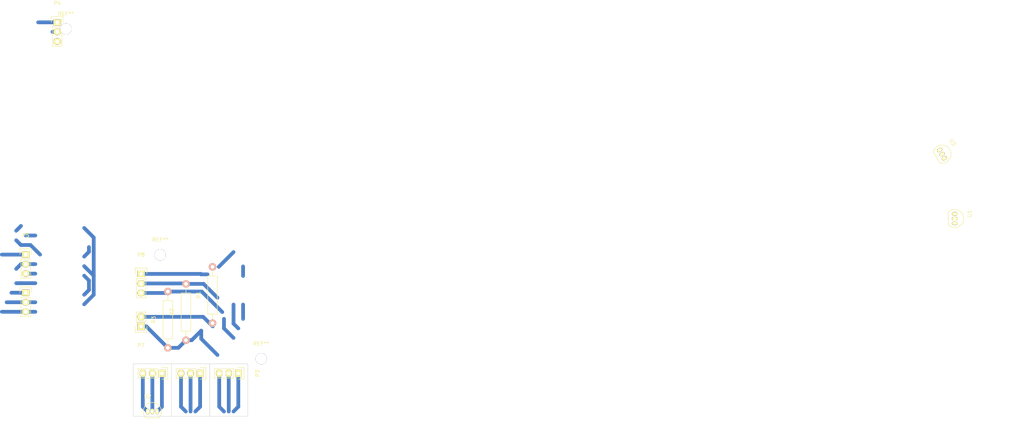
<source format=kicad_pcb>
(kicad_pcb (version 4) (host pcbnew "(2015-07-16 BZR 5955, Git 27eafcb)-product")

  (general
    (links 24)
    (no_connects 17)
    (area 151.079999 87.5845 188.660002 142.405)
    (thickness 1.6)
    (drawings 23)
    (tracks 72)
    (zones 0)
    (modules 17)
    (nets 15)
  )

  (page A4)
  (layers
    (0 F.Cu signal)
    (31 B.Cu signal)
    (32 B.Adhes user)
    (33 F.Adhes user)
    (34 B.Paste user)
    (35 F.Paste user)
    (36 B.SilkS user)
    (37 F.SilkS user)
    (38 B.Mask user)
    (39 F.Mask user)
    (40 Dwgs.User user)
    (41 Cmts.User user)
    (42 Eco1.User user)
    (43 Eco2.User user)
    (44 Edge.Cuts user)
    (45 Margin user)
    (46 B.CrtYd user)
    (47 F.CrtYd user)
    (48 B.Fab user)
    (49 F.Fab user)
  )

  (setup
    (last_trace_width 1)
    (trace_clearance 0.2)
    (zone_clearance 0.508)
    (zone_45_only no)
    (trace_min 0.2)
    (segment_width 0.2)
    (edge_width 0.1)
    (via_size 0.6)
    (via_drill 0.4)
    (via_min_size 0.4)
    (via_min_drill 0.3)
    (uvia_size 0.3)
    (uvia_drill 0.1)
    (uvias_allowed no)
    (uvia_min_size 0.2)
    (uvia_min_drill 0.1)
    (pcb_text_width 0.3)
    (pcb_text_size 1.5 1.5)
    (mod_edge_width 0.15)
    (mod_text_size 1 1)
    (mod_text_width 0.15)
    (pad_size 1.5 1.5)
    (pad_drill 0.6)
    (pad_to_mask_clearance 0)
    (aux_axis_origin 0 0)
    (visible_elements 7FFFFFFF)
    (pcbplotparams
      (layerselection 0x00030_80000001)
      (usegerberextensions false)
      (excludeedgelayer true)
      (linewidth 0.100000)
      (plotframeref false)
      (viasonmask false)
      (mode 1)
      (useauxorigin false)
      (hpglpennumber 1)
      (hpglpenspeed 20)
      (hpglpendiameter 15)
      (hpglpenoverlay 2)
      (psnegative false)
      (psa4output false)
      (plotreference true)
      (plotvalue true)
      (plotinvisibletext false)
      (padsonsilk false)
      (subtractmaskfromsilk false)
      (outputformat 1)
      (mirror false)
      (drillshape 0)
      (scaleselection 1)
      (outputdirectory ""))
  )

  (net 0 "")
  (net 1 "Net-(P1-Pad1)")
  (net 2 "Net-(P1-Pad2)")
  (net 3 "Net-(P1-Pad3)")
  (net 4 "Net-(P2-Pad1)")
  (net 5 "Net-(P2-Pad2)")
  (net 6 "Net-(P2-Pad3)")
  (net 7 "Net-(P3-Pad1)")
  (net 8 "Net-(P3-Pad2)")
  (net 9 "Net-(P3-Pad3)")
  (net 10 "Net-(P4-Pad1)")
  (net 11 "Net-(P4-Pad2)")
  (net 12 "Net-(P4-Pad3)")
  (net 13 "Net-(P5-Pad1)")
  (net 14 "Net-(P6-Pad1)")

  (net_class Default "This is the default net class."
    (clearance 0.2)
    (trace_width 1)
    (via_dia 0.6)
    (via_drill 0.4)
    (uvia_dia 0.3)
    (uvia_drill 0.1)
    (add_net "Net-(P1-Pad1)")
    (add_net "Net-(P1-Pad2)")
    (add_net "Net-(P1-Pad3)")
    (add_net "Net-(P2-Pad1)")
    (add_net "Net-(P2-Pad2)")
    (add_net "Net-(P2-Pad3)")
    (add_net "Net-(P3-Pad1)")
    (add_net "Net-(P3-Pad2)")
    (add_net "Net-(P3-Pad3)")
    (add_net "Net-(P4-Pad1)")
    (add_net "Net-(P4-Pad2)")
    (add_net "Net-(P4-Pad3)")
    (add_net "Net-(P5-Pad1)")
    (add_net "Net-(P6-Pad1)")
  )

  (module Pin_Headers:Pin_Header_Straight_1x03 (layer F.Cu) (tedit 0) (tstamp 55AC807E)
    (at -54.68 141.2 270)
    (descr "Through hole pin header")
    (tags "pin header")
    (path /55AC53C2)
    (fp_text reference P1 (at 0 -5.1 270) (layer F.SilkS)
      (effects (font (size 1 1) (thickness 0.15)))
    )
    (fp_text value CONN_01X03 (at 0 -3.1 270) (layer F.Fab)
      (effects (font (size 1 1) (thickness 0.15)))
    )
    (fp_line (start -1.75 -1.75) (end -1.75 6.85) (layer F.CrtYd) (width 0.05))
    (fp_line (start 1.75 -1.75) (end 1.75 6.85) (layer F.CrtYd) (width 0.05))
    (fp_line (start -1.75 -1.75) (end 1.75 -1.75) (layer F.CrtYd) (width 0.05))
    (fp_line (start -1.75 6.85) (end 1.75 6.85) (layer F.CrtYd) (width 0.05))
    (fp_line (start -1.27 1.27) (end -1.27 6.35) (layer F.SilkS) (width 0.15))
    (fp_line (start -1.27 6.35) (end 1.27 6.35) (layer F.SilkS) (width 0.15))
    (fp_line (start 1.27 6.35) (end 1.27 1.27) (layer F.SilkS) (width 0.15))
    (fp_line (start 1.55 -1.55) (end 1.55 0) (layer F.SilkS) (width 0.15))
    (fp_line (start 1.27 1.27) (end -1.27 1.27) (layer F.SilkS) (width 0.15))
    (fp_line (start -1.55 0) (end -1.55 -1.55) (layer F.SilkS) (width 0.15))
    (fp_line (start -1.55 -1.55) (end 1.55 -1.55) (layer F.SilkS) (width 0.15))
    (pad 1 thru_hole rect (at 0 0 270) (size 2.032 1.7272) (drill 1.016) (layers *.Cu *.Mask F.SilkS)
      (net 1 "Net-(P1-Pad1)"))
    (pad 2 thru_hole oval (at 0 2.54 270) (size 2.032 1.7272) (drill 1.016) (layers *.Cu *.Mask F.SilkS)
      (net 2 "Net-(P1-Pad2)"))
    (pad 3 thru_hole oval (at 0 5.08 270) (size 2.032 1.7272) (drill 1.016) (layers *.Cu *.Mask F.SilkS)
      (net 3 "Net-(P1-Pad3)"))
    (model Pin_Headers.3dshapes/Pin_Header_Straight_1x03.wrl
      (at (xyz 0 -0.1 0))
      (scale (xyz 1 1 1))
      (rotate (xyz 0 0 90))
    )
  )

  (module Pin_Headers:Pin_Header_Straight_1x03 (layer F.Cu) (tedit 0) (tstamp 55AC8085)
    (at -64.84 141.2 270)
    (descr "Through hole pin header")
    (tags "pin header")
    (path /55AC544B)
    (fp_text reference P2 (at 0 -5.1 270) (layer F.SilkS)
      (effects (font (size 1 1) (thickness 0.15)))
    )
    (fp_text value CONN_01X03 (at 0 -3.1 270) (layer F.Fab)
      (effects (font (size 1 1) (thickness 0.15)))
    )
    (fp_line (start -1.75 -1.75) (end -1.75 6.85) (layer F.CrtYd) (width 0.05))
    (fp_line (start 1.75 -1.75) (end 1.75 6.85) (layer F.CrtYd) (width 0.05))
    (fp_line (start -1.75 -1.75) (end 1.75 -1.75) (layer F.CrtYd) (width 0.05))
    (fp_line (start -1.75 6.85) (end 1.75 6.85) (layer F.CrtYd) (width 0.05))
    (fp_line (start -1.27 1.27) (end -1.27 6.35) (layer F.SilkS) (width 0.15))
    (fp_line (start -1.27 6.35) (end 1.27 6.35) (layer F.SilkS) (width 0.15))
    (fp_line (start 1.27 6.35) (end 1.27 1.27) (layer F.SilkS) (width 0.15))
    (fp_line (start 1.55 -1.55) (end 1.55 0) (layer F.SilkS) (width 0.15))
    (fp_line (start 1.27 1.27) (end -1.27 1.27) (layer F.SilkS) (width 0.15))
    (fp_line (start -1.55 0) (end -1.55 -1.55) (layer F.SilkS) (width 0.15))
    (fp_line (start -1.55 -1.55) (end 1.55 -1.55) (layer F.SilkS) (width 0.15))
    (pad 1 thru_hole rect (at 0 0 270) (size 2.032 1.7272) (drill 1.016) (layers *.Cu *.Mask F.SilkS)
      (net 4 "Net-(P2-Pad1)"))
    (pad 2 thru_hole oval (at 0 2.54 270) (size 2.032 1.7272) (drill 1.016) (layers *.Cu *.Mask F.SilkS)
      (net 5 "Net-(P2-Pad2)"))
    (pad 3 thru_hole oval (at 0 5.08 270) (size 2.032 1.7272) (drill 1.016) (layers *.Cu *.Mask F.SilkS)
      (net 6 "Net-(P2-Pad3)"))
    (model Pin_Headers.3dshapes/Pin_Header_Straight_1x03.wrl
      (at (xyz 0 -0.1 0))
      (scale (xyz 1 1 1))
      (rotate (xyz 0 0 90))
    )
  )

  (module Pin_Headers:Pin_Header_Straight_1x03 (layer F.Cu) (tedit 0) (tstamp 55AC808C)
    (at -44.52 141.2 270)
    (descr "Through hole pin header")
    (tags "pin header")
    (path /55AC548E)
    (fp_text reference P3 (at 0 -5.1 270) (layer F.SilkS)
      (effects (font (size 1 1) (thickness 0.15)))
    )
    (fp_text value CONN_01X03 (at 0 -3.1 270) (layer F.Fab)
      (effects (font (size 1 1) (thickness 0.15)))
    )
    (fp_line (start -1.75 -1.75) (end -1.75 6.85) (layer F.CrtYd) (width 0.05))
    (fp_line (start 1.75 -1.75) (end 1.75 6.85) (layer F.CrtYd) (width 0.05))
    (fp_line (start -1.75 -1.75) (end 1.75 -1.75) (layer F.CrtYd) (width 0.05))
    (fp_line (start -1.75 6.85) (end 1.75 6.85) (layer F.CrtYd) (width 0.05))
    (fp_line (start -1.27 1.27) (end -1.27 6.35) (layer F.SilkS) (width 0.15))
    (fp_line (start -1.27 6.35) (end 1.27 6.35) (layer F.SilkS) (width 0.15))
    (fp_line (start 1.27 6.35) (end 1.27 1.27) (layer F.SilkS) (width 0.15))
    (fp_line (start 1.55 -1.55) (end 1.55 0) (layer F.SilkS) (width 0.15))
    (fp_line (start 1.27 1.27) (end -1.27 1.27) (layer F.SilkS) (width 0.15))
    (fp_line (start -1.55 0) (end -1.55 -1.55) (layer F.SilkS) (width 0.15))
    (fp_line (start -1.55 -1.55) (end 1.55 -1.55) (layer F.SilkS) (width 0.15))
    (pad 1 thru_hole rect (at 0 0 270) (size 2.032 1.7272) (drill 1.016) (layers *.Cu *.Mask F.SilkS)
      (net 7 "Net-(P3-Pad1)"))
    (pad 2 thru_hole oval (at 0 2.54 270) (size 2.032 1.7272) (drill 1.016) (layers *.Cu *.Mask F.SilkS)
      (net 8 "Net-(P3-Pad2)"))
    (pad 3 thru_hole oval (at 0 5.08 270) (size 2.032 1.7272) (drill 1.016) (layers *.Cu *.Mask F.SilkS)
      (net 9 "Net-(P3-Pad3)"))
    (model Pin_Headers.3dshapes/Pin_Header_Straight_1x03.wrl
      (at (xyz 0 -0.1 0))
      (scale (xyz 1 1 1))
      (rotate (xyz 0 0 90))
    )
  )

  (module Pin_Headers:Pin_Header_Straight_1x03 (layer F.Cu) (tedit 0) (tstamp 55AC8093)
    (at -92.68 47.72)
    (descr "Through hole pin header")
    (tags "pin header")
    (path /55AC5786)
    (fp_text reference P4 (at 0 -5.1) (layer F.SilkS)
      (effects (font (size 1 1) (thickness 0.15)))
    )
    (fp_text value CONN_01X03 (at 0 -3.1) (layer F.Fab)
      (effects (font (size 1 1) (thickness 0.15)))
    )
    (fp_line (start -1.75 -1.75) (end -1.75 6.85) (layer F.CrtYd) (width 0.05))
    (fp_line (start 1.75 -1.75) (end 1.75 6.85) (layer F.CrtYd) (width 0.05))
    (fp_line (start -1.75 -1.75) (end 1.75 -1.75) (layer F.CrtYd) (width 0.05))
    (fp_line (start -1.75 6.85) (end 1.75 6.85) (layer F.CrtYd) (width 0.05))
    (fp_line (start -1.27 1.27) (end -1.27 6.35) (layer F.SilkS) (width 0.15))
    (fp_line (start -1.27 6.35) (end 1.27 6.35) (layer F.SilkS) (width 0.15))
    (fp_line (start 1.27 6.35) (end 1.27 1.27) (layer F.SilkS) (width 0.15))
    (fp_line (start 1.55 -1.55) (end 1.55 0) (layer F.SilkS) (width 0.15))
    (fp_line (start 1.27 1.27) (end -1.27 1.27) (layer F.SilkS) (width 0.15))
    (fp_line (start -1.55 0) (end -1.55 -1.55) (layer F.SilkS) (width 0.15))
    (fp_line (start -1.55 -1.55) (end 1.55 -1.55) (layer F.SilkS) (width 0.15))
    (pad 1 thru_hole rect (at 0 0) (size 2.032 1.7272) (drill 1.016) (layers *.Cu *.Mask F.SilkS)
      (net 10 "Net-(P4-Pad1)"))
    (pad 2 thru_hole oval (at 0 2.54) (size 2.032 1.7272) (drill 1.016) (layers *.Cu *.Mask F.SilkS)
      (net 11 "Net-(P4-Pad2)"))
    (pad 3 thru_hole oval (at 0 5.08) (size 2.032 1.7272) (drill 1.016) (layers *.Cu *.Mask F.SilkS)
      (net 12 "Net-(P4-Pad3)"))
    (model Pin_Headers.3dshapes/Pin_Header_Straight_1x03.wrl
      (at (xyz 0 -0.1 0))
      (scale (xyz 1 1 1))
      (rotate (xyz 0 0 90))
    )
  )

  (module Pin_Headers:Pin_Header_Straight_1x03 (layer F.Cu) (tedit 0) (tstamp 55AC809A)
    (at -101.06 109.57)
    (descr "Through hole pin header")
    (tags "pin header")
    (path /55AC5727)
    (fp_text reference P5 (at 0 -5.1) (layer F.SilkS)
      (effects (font (size 1 1) (thickness 0.15)))
    )
    (fp_text value CONN_01X03 (at 0 -3.1) (layer F.Fab)
      (effects (font (size 1 1) (thickness 0.15)))
    )
    (fp_line (start -1.75 -1.75) (end -1.75 6.85) (layer F.CrtYd) (width 0.05))
    (fp_line (start 1.75 -1.75) (end 1.75 6.85) (layer F.CrtYd) (width 0.05))
    (fp_line (start -1.75 -1.75) (end 1.75 -1.75) (layer F.CrtYd) (width 0.05))
    (fp_line (start -1.75 6.85) (end 1.75 6.85) (layer F.CrtYd) (width 0.05))
    (fp_line (start -1.27 1.27) (end -1.27 6.35) (layer F.SilkS) (width 0.15))
    (fp_line (start -1.27 6.35) (end 1.27 6.35) (layer F.SilkS) (width 0.15))
    (fp_line (start 1.27 6.35) (end 1.27 1.27) (layer F.SilkS) (width 0.15))
    (fp_line (start 1.55 -1.55) (end 1.55 0) (layer F.SilkS) (width 0.15))
    (fp_line (start 1.27 1.27) (end -1.27 1.27) (layer F.SilkS) (width 0.15))
    (fp_line (start -1.55 0) (end -1.55 -1.55) (layer F.SilkS) (width 0.15))
    (fp_line (start -1.55 -1.55) (end 1.55 -1.55) (layer F.SilkS) (width 0.15))
    (pad 1 thru_hole rect (at 0 0) (size 2.032 1.7272) (drill 1.016) (layers *.Cu *.Mask F.SilkS)
      (net 13 "Net-(P5-Pad1)"))
    (pad 2 thru_hole oval (at 0 2.54) (size 2.032 1.7272) (drill 1.016) (layers *.Cu *.Mask F.SilkS)
      (net 11 "Net-(P4-Pad2)"))
    (pad 3 thru_hole oval (at 0 5.08) (size 2.032 1.7272) (drill 1.016) (layers *.Cu *.Mask F.SilkS)
      (net 12 "Net-(P4-Pad3)"))
    (model Pin_Headers.3dshapes/Pin_Header_Straight_1x03.wrl
      (at (xyz 0 -0.1 0))
      (scale (xyz 1 1 1))
      (rotate (xyz 0 0 90))
    )
  )

  (module Pin_Headers:Pin_Header_Straight_1x03 (layer F.Cu) (tedit 0) (tstamp 55AC80A1)
    (at -101.06 119.73)
    (descr "Through hole pin header")
    (tags "pin header")
    (path /55AC56F0)
    (fp_text reference P6 (at 0 -5.1) (layer F.SilkS)
      (effects (font (size 1 1) (thickness 0.15)))
    )
    (fp_text value CONN_01X03 (at 0 -3.1) (layer F.Fab)
      (effects (font (size 1 1) (thickness 0.15)))
    )
    (fp_line (start -1.75 -1.75) (end -1.75 6.85) (layer F.CrtYd) (width 0.05))
    (fp_line (start 1.75 -1.75) (end 1.75 6.85) (layer F.CrtYd) (width 0.05))
    (fp_line (start -1.75 -1.75) (end 1.75 -1.75) (layer F.CrtYd) (width 0.05))
    (fp_line (start -1.75 6.85) (end 1.75 6.85) (layer F.CrtYd) (width 0.05))
    (fp_line (start -1.27 1.27) (end -1.27 6.35) (layer F.SilkS) (width 0.15))
    (fp_line (start -1.27 6.35) (end 1.27 6.35) (layer F.SilkS) (width 0.15))
    (fp_line (start 1.27 6.35) (end 1.27 1.27) (layer F.SilkS) (width 0.15))
    (fp_line (start 1.55 -1.55) (end 1.55 0) (layer F.SilkS) (width 0.15))
    (fp_line (start 1.27 1.27) (end -1.27 1.27) (layer F.SilkS) (width 0.15))
    (fp_line (start -1.55 0) (end -1.55 -1.55) (layer F.SilkS) (width 0.15))
    (fp_line (start -1.55 -1.55) (end 1.55 -1.55) (layer F.SilkS) (width 0.15))
    (pad 1 thru_hole rect (at 0 0) (size 2.032 1.7272) (drill 1.016) (layers *.Cu *.Mask F.SilkS)
      (net 14 "Net-(P6-Pad1)"))
    (pad 2 thru_hole oval (at 0 2.54) (size 2.032 1.7272) (drill 1.016) (layers *.Cu *.Mask F.SilkS)
      (net 11 "Net-(P4-Pad2)"))
    (pad 3 thru_hole oval (at 0 5.08) (size 2.032 1.7272) (drill 1.016) (layers *.Cu *.Mask F.SilkS)
      (net 12 "Net-(P4-Pad3)"))
    (model Pin_Headers.3dshapes/Pin_Header_Straight_1x03.wrl
      (at (xyz 0 -0.1 0))
      (scale (xyz 1 1 1))
      (rotate (xyz 0 0 90))
    )
  )

  (module Pin_Headers:Pin_Header_Straight_1x02 (layer F.Cu) (tedit 54EA090C) (tstamp 55AC80A7)
    (at -70.38 128.69 180)
    (descr "Through hole pin header")
    (tags "pin header")
    (path /55AC57CD)
    (fp_text reference P7 (at 0 -5.1 180) (layer F.SilkS)
      (effects (font (size 1 1) (thickness 0.15)))
    )
    (fp_text value CONN_01X02 (at 0 -3.1 180) (layer F.Fab)
      (effects (font (size 1 1) (thickness 0.15)))
    )
    (fp_line (start 1.27 1.27) (end 1.27 3.81) (layer F.SilkS) (width 0.15))
    (fp_line (start 1.55 -1.55) (end 1.55 0) (layer F.SilkS) (width 0.15))
    (fp_line (start -1.75 -1.75) (end -1.75 4.3) (layer F.CrtYd) (width 0.05))
    (fp_line (start 1.75 -1.75) (end 1.75 4.3) (layer F.CrtYd) (width 0.05))
    (fp_line (start -1.75 -1.75) (end 1.75 -1.75) (layer F.CrtYd) (width 0.05))
    (fp_line (start -1.75 4.3) (end 1.75 4.3) (layer F.CrtYd) (width 0.05))
    (fp_line (start 1.27 1.27) (end -1.27 1.27) (layer F.SilkS) (width 0.15))
    (fp_line (start -1.55 0) (end -1.55 -1.55) (layer F.SilkS) (width 0.15))
    (fp_line (start -1.55 -1.55) (end 1.55 -1.55) (layer F.SilkS) (width 0.15))
    (fp_line (start -1.27 1.27) (end -1.27 3.81) (layer F.SilkS) (width 0.15))
    (fp_line (start -1.27 3.81) (end 1.27 3.81) (layer F.SilkS) (width 0.15))
    (pad 1 thru_hole rect (at 0 0 180) (size 2.032 2.032) (drill 1.016) (layers *.Cu *.Mask F.SilkS)
      (net 12 "Net-(P4-Pad3)"))
    (pad 2 thru_hole oval (at 0 2.54 180) (size 2.032 2.032) (drill 1.016) (layers *.Cu *.Mask F.SilkS)
      (net 11 "Net-(P4-Pad2)"))
    (model Pin_Headers.3dshapes/Pin_Header_Straight_1x02.wrl
      (at (xyz 0 -0.05 0))
      (scale (xyz 1 1 1))
      (rotate (xyz 0 0 90))
    )
  )

  (module Pin_Headers:Pin_Header_Straight_1x03 (layer F.Cu) (tedit 0) (tstamp 55AC80AE)
    (at -70.38 114.72)
    (descr "Through hole pin header")
    (tags "pin header")
    (path /55AC5846)
    (fp_text reference P8 (at 0 -5.1) (layer F.SilkS)
      (effects (font (size 1 1) (thickness 0.15)))
    )
    (fp_text value CONN_01X03 (at 0 -3.1) (layer F.Fab)
      (effects (font (size 1 1) (thickness 0.15)))
    )
    (fp_line (start -1.75 -1.75) (end -1.75 6.85) (layer F.CrtYd) (width 0.05))
    (fp_line (start 1.75 -1.75) (end 1.75 6.85) (layer F.CrtYd) (width 0.05))
    (fp_line (start -1.75 -1.75) (end 1.75 -1.75) (layer F.CrtYd) (width 0.05))
    (fp_line (start -1.75 6.85) (end 1.75 6.85) (layer F.CrtYd) (width 0.05))
    (fp_line (start -1.27 1.27) (end -1.27 6.35) (layer F.SilkS) (width 0.15))
    (fp_line (start -1.27 6.35) (end 1.27 6.35) (layer F.SilkS) (width 0.15))
    (fp_line (start 1.27 6.35) (end 1.27 1.27) (layer F.SilkS) (width 0.15))
    (fp_line (start 1.55 -1.55) (end 1.55 0) (layer F.SilkS) (width 0.15))
    (fp_line (start 1.27 1.27) (end -1.27 1.27) (layer F.SilkS) (width 0.15))
    (fp_line (start -1.55 0) (end -1.55 -1.55) (layer F.SilkS) (width 0.15))
    (fp_line (start -1.55 -1.55) (end 1.55 -1.55) (layer F.SilkS) (width 0.15))
    (pad 1 thru_hole rect (at 0 0) (size 2.032 1.7272) (drill 1.016) (layers *.Cu *.Mask F.SilkS)
      (net 10 "Net-(P4-Pad1)"))
    (pad 2 thru_hole oval (at 0 2.54) (size 2.032 1.7272) (drill 1.016) (layers *.Cu *.Mask F.SilkS)
      (net 13 "Net-(P5-Pad1)"))
    (pad 3 thru_hole oval (at 0 5.08) (size 2.032 1.7272) (drill 1.016) (layers *.Cu *.Mask F.SilkS)
      (net 14 "Net-(P6-Pad1)"))
    (model Pin_Headers.3dshapes/Pin_Header_Straight_1x03.wrl
      (at (xyz 0 -0.1 0))
      (scale (xyz 1 1 1))
      (rotate (xyz 0 0 90))
    )
  )

  (module Resistors_ThroughHole:Resistor_Horizontal_RM15mm (layer F.Cu) (tedit 53F56292) (tstamp 55AC80B4)
    (at -51.378 120.34 90)
    (descr "Resistor, Axial, RM 15mm,")
    (tags "Resistor, Axial, RM 15mm,")
    (path /55AC595E)
    (fp_text reference R1 (at 0 -3.74904 90) (layer F.SilkS)
      (effects (font (size 1 1) (thickness 0.15)))
    )
    (fp_text value 330 (at 0 4.0005 90) (layer F.Fab)
      (effects (font (size 1 1) (thickness 0.15)))
    )
    (fp_line (start -5.08 -1.27) (end -5.08 1.27) (layer F.SilkS) (width 0.15))
    (fp_line (start -5.08 1.27) (end 5.08 1.27) (layer F.SilkS) (width 0.15))
    (fp_line (start 5.08 1.27) (end 5.08 -1.27) (layer F.SilkS) (width 0.15))
    (fp_line (start 5.08 -1.27) (end -5.08 -1.27) (layer F.SilkS) (width 0.15))
    (fp_line (start 6.35 0) (end 5.08 0) (layer F.SilkS) (width 0.15))
    (fp_line (start -6.35 0) (end -5.08 0) (layer F.SilkS) (width 0.15))
    (pad 1 thru_hole circle (at -7.5 0 90) (size 1.99898 1.99898) (drill 1.00076) (layers *.Cu *.SilkS *.Mask)
      (net 12 "Net-(P4-Pad3)"))
    (pad 2 thru_hole circle (at 7.5 0 90) (size 1.99898 1.99898) (drill 1.00076) (layers *.Cu *.SilkS *.Mask)
      (net 10 "Net-(P4-Pad1)"))
    (model Resistors_ThroughHole.3dshapes/Resistor_Horizontal_RM15mm.wrl
      (at (xyz 0 0 0))
      (scale (xyz 0.4 0.4 0.4))
      (rotate (xyz 0 0 0))
    )
  )

  (module Resistors_ThroughHole:Resistor_Horizontal_RM15mm (layer F.Cu) (tedit 53F56292) (tstamp 55AC80BA)
    (at -58.442 124.88 90)
    (descr "Resistor, Axial, RM 15mm,")
    (tags "Resistor, Axial, RM 15mm,")
    (path /55AC592F)
    (fp_text reference R2 (at 0 -3.74904 90) (layer F.SilkS)
      (effects (font (size 1 1) (thickness 0.15)))
    )
    (fp_text value 330 (at 0 4.0005 90) (layer F.Fab)
      (effects (font (size 1 1) (thickness 0.15)))
    )
    (fp_line (start -5.08 -1.27) (end -5.08 1.27) (layer F.SilkS) (width 0.15))
    (fp_line (start -5.08 1.27) (end 5.08 1.27) (layer F.SilkS) (width 0.15))
    (fp_line (start 5.08 1.27) (end 5.08 -1.27) (layer F.SilkS) (width 0.15))
    (fp_line (start 5.08 -1.27) (end -5.08 -1.27) (layer F.SilkS) (width 0.15))
    (fp_line (start 6.35 0) (end 5.08 0) (layer F.SilkS) (width 0.15))
    (fp_line (start -6.35 0) (end -5.08 0) (layer F.SilkS) (width 0.15))
    (pad 1 thru_hole circle (at -7.5 0 90) (size 1.99898 1.99898) (drill 1.00076) (layers *.Cu *.SilkS *.Mask)
      (net 12 "Net-(P4-Pad3)"))
    (pad 2 thru_hole circle (at 7.5 0 90) (size 1.99898 1.99898) (drill 1.00076) (layers *.Cu *.SilkS *.Mask)
      (net 13 "Net-(P5-Pad1)"))
    (model Resistors_ThroughHole.3dshapes/Resistor_Horizontal_RM15mm.wrl
      (at (xyz 0 0 0))
      (scale (xyz 0.4 0.4 0.4))
      (rotate (xyz 0 0 0))
    )
  )

  (module Resistors_ThroughHole:Resistor_Horizontal_RM15mm (layer F.Cu) (tedit 53F56292) (tstamp 55AC80C0)
    (at -63.268 126.912 90)
    (descr "Resistor, Axial, RM 15mm,")
    (tags "Resistor, Axial, RM 15mm,")
    (path /55AC58D6)
    (fp_text reference R3 (at 0 -3.74904 90) (layer F.SilkS)
      (effects (font (size 1 1) (thickness 0.15)))
    )
    (fp_text value 330 (at 0 4.0005 90) (layer F.Fab)
      (effects (font (size 1 1) (thickness 0.15)))
    )
    (fp_line (start -5.08 -1.27) (end -5.08 1.27) (layer F.SilkS) (width 0.15))
    (fp_line (start -5.08 1.27) (end 5.08 1.27) (layer F.SilkS) (width 0.15))
    (fp_line (start 5.08 1.27) (end 5.08 -1.27) (layer F.SilkS) (width 0.15))
    (fp_line (start 5.08 -1.27) (end -5.08 -1.27) (layer F.SilkS) (width 0.15))
    (fp_line (start 6.35 0) (end 5.08 0) (layer F.SilkS) (width 0.15))
    (fp_line (start -6.35 0) (end -5.08 0) (layer F.SilkS) (width 0.15))
    (pad 1 thru_hole circle (at -7.5 0 90) (size 1.99898 1.99898) (drill 1.00076) (layers *.Cu *.SilkS *.Mask)
      (net 12 "Net-(P4-Pad3)"))
    (pad 2 thru_hole circle (at 7.5 0 90) (size 1.99898 1.99898) (drill 1.00076) (layers *.Cu *.SilkS *.Mask)
      (net 14 "Net-(P6-Pad1)"))
    (model Resistors_ThroughHole.3dshapes/Resistor_Horizontal_RM15mm.wrl
      (at (xyz 0 0 0))
      (scale (xyz 0.4 0.4 0.4))
      (rotate (xyz 0 0 0))
    )
  )

  (module Housings_TO-92:TO-92_Inline_Narrow_Oval (layer F.Cu) (tedit 54F24281) (tstamp 55AC80C7)
    (at 146.04 98.71 270)
    (descr "TO-92 leads in-line, narrow, oval pads, drill 0.6mm (see NXP sot054_po.pdf)")
    (tags "to-92 sc-43 sc-43a sot54 PA33 transistor")
    (path /55AC4F61)
    (fp_text reference U1 (at 0 -4 270) (layer F.SilkS)
      (effects (font (size 1 1) (thickness 0.15)))
    )
    (fp_text value SS461R (at 0 3 270) (layer F.Fab)
      (effects (font (size 1 1) (thickness 0.15)))
    )
    (fp_line (start -1.4 1.95) (end -1.4 -2.65) (layer F.CrtYd) (width 0.05))
    (fp_line (start -1.4 1.95) (end 3.95 1.95) (layer F.CrtYd) (width 0.05))
    (fp_line (start -0.43 1.7) (end 2.97 1.7) (layer F.SilkS) (width 0.15))
    (fp_arc (start 1.27 0) (end 1.27 -2.4) (angle -135) (layer F.SilkS) (width 0.15))
    (fp_arc (start 1.27 0) (end 1.27 -2.4) (angle 135) (layer F.SilkS) (width 0.15))
    (fp_line (start -1.4 -2.65) (end 3.95 -2.65) (layer F.CrtYd) (width 0.05))
    (fp_line (start 3.95 1.95) (end 3.95 -2.65) (layer F.CrtYd) (width 0.05))
    (pad 2 thru_hole oval (at 1.27 0 90) (size 0.89916 1.50114) (drill 0.6) (layers *.Cu *.Mask F.SilkS)
      (net 2 "Net-(P1-Pad2)"))
    (pad 3 thru_hole oval (at 2.54 0 90) (size 0.89916 1.50114) (drill 0.6) (layers *.Cu *.Mask F.SilkS)
      (net 1 "Net-(P1-Pad1)"))
    (pad 1 thru_hole oval (at 0 0 90) (size 0.89916 1.50114) (drill 0.6) (layers *.Cu *.Mask F.SilkS)
      (net 3 "Net-(P1-Pad3)"))
    (model Housings_TO-92.3dshapes/TO-92_Inline_Narrow_Oval.wrl
      (at (xyz 0.05 0 0))
      (scale (xyz 1 1 1))
      (rotate (xyz 0 0 -90))
    )
  )

  (module Housings_TO-92:TO-92_Inline_Narrow_Oval (layer F.Cu) (tedit 54F24281) (tstamp 55AC80CE)
    (at -68.65 151.36)
    (descr "TO-92 leads in-line, narrow, oval pads, drill 0.6mm (see NXP sot054_po.pdf)")
    (tags "to-92 sc-43 sc-43a sot54 PA33 transistor")
    (path /55AC4F77)
    (fp_text reference U2 (at 0 -4) (layer F.SilkS)
      (effects (font (size 1 1) (thickness 0.15)))
    )
    (fp_text value SS461R (at 0 3) (layer F.Fab)
      (effects (font (size 1 1) (thickness 0.15)))
    )
    (fp_line (start -1.4 1.95) (end -1.4 -2.65) (layer F.CrtYd) (width 0.05))
    (fp_line (start -1.4 1.95) (end 3.95 1.95) (layer F.CrtYd) (width 0.05))
    (fp_line (start -0.43 1.7) (end 2.97 1.7) (layer F.SilkS) (width 0.15))
    (fp_arc (start 1.27 0) (end 1.27 -2.4) (angle -135) (layer F.SilkS) (width 0.15))
    (fp_arc (start 1.27 0) (end 1.27 -2.4) (angle 135) (layer F.SilkS) (width 0.15))
    (fp_line (start -1.4 -2.65) (end 3.95 -2.65) (layer F.CrtYd) (width 0.05))
    (fp_line (start 3.95 1.95) (end 3.95 -2.65) (layer F.CrtYd) (width 0.05))
    (pad 2 thru_hole oval (at 1.27 0 180) (size 0.89916 1.50114) (drill 0.6) (layers *.Cu *.Mask F.SilkS)
      (net 5 "Net-(P2-Pad2)"))
    (pad 3 thru_hole oval (at 2.54 0 180) (size 0.89916 1.50114) (drill 0.6) (layers *.Cu *.Mask F.SilkS)
      (net 4 "Net-(P2-Pad1)"))
    (pad 1 thru_hole oval (at 0 0 180) (size 0.89916 1.50114) (drill 0.6) (layers *.Cu *.Mask F.SilkS)
      (net 6 "Net-(P2-Pad3)"))
    (model Housings_TO-92.3dshapes/TO-92_Inline_Narrow_Oval.wrl
      (at (xyz 0.05 0 0))
      (scale (xyz 1 1 1))
      (rotate (xyz 0 0 -90))
    )
  )

  (module Housings_TO-92:TO-92_Inline_Narrow_Oval (layer F.Cu) (tedit 54F24281) (tstamp 55AC80D5)
    (at 142.04 81.71 300)
    (descr "TO-92 leads in-line, narrow, oval pads, drill 0.6mm (see NXP sot054_po.pdf)")
    (tags "to-92 sc-43 sc-43a sot54 PA33 transistor")
    (path /55AC4FCD)
    (fp_text reference U3 (at 0 -4 300) (layer F.SilkS)
      (effects (font (size 1 1) (thickness 0.15)))
    )
    (fp_text value SS461R (at 0 3 300) (layer F.Fab)
      (effects (font (size 1 1) (thickness 0.15)))
    )
    (fp_line (start -1.4 1.95) (end -1.4 -2.65) (layer F.CrtYd) (width 0.05))
    (fp_line (start -1.4 1.95) (end 3.95 1.95) (layer F.CrtYd) (width 0.05))
    (fp_line (start -0.43 1.7) (end 2.97 1.7) (layer F.SilkS) (width 0.15))
    (fp_arc (start 1.27 0) (end 1.27 -2.4) (angle -135) (layer F.SilkS) (width 0.15))
    (fp_arc (start 1.27 0) (end 1.27 -2.4) (angle 135) (layer F.SilkS) (width 0.15))
    (fp_line (start -1.4 -2.65) (end 3.95 -2.65) (layer F.CrtYd) (width 0.05))
    (fp_line (start 3.95 1.95) (end 3.95 -2.65) (layer F.CrtYd) (width 0.05))
    (pad 2 thru_hole oval (at 1.27 0 120) (size 0.89916 1.50114) (drill 0.6) (layers *.Cu *.Mask F.SilkS)
      (net 8 "Net-(P3-Pad2)"))
    (pad 3 thru_hole oval (at 2.54 0 120) (size 0.89916 1.50114) (drill 0.6) (layers *.Cu *.Mask F.SilkS)
      (net 7 "Net-(P3-Pad1)"))
    (pad 1 thru_hole oval (at 0 0 120) (size 0.89916 1.50114) (drill 0.6) (layers *.Cu *.Mask F.SilkS)
      (net 9 "Net-(P3-Pad3)"))
    (model Housings_TO-92.3dshapes/TO-92_Inline_Narrow_Oval.wrl
      (at (xyz 0.05 0 0))
      (scale (xyz 1 1 1))
      (rotate (xyz 0 0 -90))
    )
  )

  (module Mounting_Holes:MountingHole_3mm (layer F.Cu) (tedit 0) (tstamp 55ADD552)
    (at -90.38 49.45)
    (descr "Mounting hole, Befestigungsbohrung, 3mm, No Annular, Kein Restring,")
    (tags "Mounting hole, Befestigungsbohrung, 3mm, No Annular, Kein Restring,")
    (fp_text reference REF** (at 0 -4.0005) (layer F.SilkS)
      (effects (font (size 1 1) (thickness 0.15)))
    )
    (fp_text value MountingHole_3mm (at 1.00076 5.00126) (layer F.Fab)
      (effects (font (size 1 1) (thickness 0.15)))
    )
    (fp_circle (center 0 0) (end 3 0) (layer Cmts.User) (width 0.381))
    (pad 1 thru_hole circle (at 0 0) (size 3 3) (drill 3) (layers))
  )

  (module Mounting_Holes:MountingHole_3mm (layer F.Cu) (tedit 0) (tstamp 55ADD95B)
    (at -38.41 137.31)
    (descr "Mounting hole, Befestigungsbohrung, 3mm, No Annular, Kein Restring,")
    (tags "Mounting hole, Befestigungsbohrung, 3mm, No Annular, Kein Restring,")
    (fp_text reference REF** (at 0 -4.0005) (layer F.SilkS)
      (effects (font (size 1 1) (thickness 0.15)))
    )
    (fp_text value MountingHole_3mm (at 1.00076 5.00126) (layer F.Fab)
      (effects (font (size 1 1) (thickness 0.15)))
    )
    (fp_circle (center 0 0) (end 3 0) (layer Cmts.User) (width 0.381))
    (pad 1 thru_hole circle (at 0 0) (size 3 3) (drill 3) (layers))
  )

  (module Mounting_Holes:MountingHole_3mm (layer F.Cu) (tedit 0) (tstamp 55ADD9E1)
    (at -65.3 109.64)
    (descr "Mounting hole, Befestigungsbohrung, 3mm, No Annular, Kein Restring,")
    (tags "Mounting hole, Befestigungsbohrung, 3mm, No Annular, Kein Restring,")
    (fp_text reference REF** (at 0 -4.0005) (layer F.SilkS)
      (effects (font (size 1 1) (thickness 0.15)))
    )
    (fp_text value MountingHole_3mm (at 1.00076 5.00126) (layer F.Fab)
      (effects (font (size 1 1) (thickness 0.15)))
    )
    (fp_circle (center 0 0) (end 3 0) (layer Cmts.User) (width 0.381))
    (pad 1 thru_hole circle (at 0 0) (size 3 3) (drill 3) (layers))
  )

  (gr_arc (start 112.5411 99.7136) (end 149.460283 125.56469) (angle -25) (layer Dwgs.User) (width 0.1))
  (gr_arc (start 112.5411 99.7136) (end 147.281338 124.038977) (angle -25) (layer Dwgs.User) (width 0.1))
  (gr_line (start 138.67205 118.010688) (end 147.281338 124.038977) (layer Dwgs.User) (width 0.1))
  (gr_line (start 138.67205 81.416512) (end 147.281338 75.388223) (layer Dwgs.User) (width 0.1))
  (gr_arc (start 112.5411 99.7136) (end 154.306797 92.349181) (angle -25) (layer Dwgs.User) (width 0.1))
  (gr_arc (start 155.616591 107.308971) (end 156.926385 107.539923) (angle -180) (layer Dwgs.User) (width 0.1))
  (gr_arc (start 155.616591 92.118229) (end 154.306797 92.349181) (angle -180) (layer Dwgs.User) (width 0.1))
  (gr_line (start 149.460283 125.56469) (end 155.055091 129.482217) (layer Dwgs.User) (width 0.1))
  (gr_arc (start 112.5411 99.7136) (end 155.055091 129.482217) (angle -70) (layer Dwgs.User) (width 0.1))
  (gr_arc (start 112.5411 99.7136) (end 138.67205 118.010688) (angle -70) (layer Dwgs.User) (width 0.1))
  (gr_line (start 149.460283 73.86251) (end 155.055091 69.944983) (layer Dwgs.User) (width 0.1))
  (gr_arc (start 112.5411 99.7136) (end 156.926385 91.887277) (angle -25) (layer Dwgs.User) (width 0.1))
  (gr_line (start -72.46 152.63) (end -62.3 152.63) (angle 90) (layer Edge.Cuts) (width 0.1))
  (gr_line (start -72.46 138.66) (end -72.46 152.63) (angle 90) (layer Edge.Cuts) (width 0.1))
  (gr_line (start -62.3 138.66) (end -72.46 138.66) (angle 90) (layer Edge.Cuts) (width 0.1))
  (gr_line (start -62.3 152.63) (end -62.3 138.66) (angle 90) (layer Edge.Cuts) (width 0.1))
  (gr_line (start -52.14 152.63) (end -62.3 152.63) (angle 90) (layer Edge.Cuts) (width 0.1))
  (gr_line (start -52.14 138.66) (end -52.14 152.63) (angle 90) (layer Edge.Cuts) (width 0.1))
  (gr_line (start -62.3 138.66) (end -52.14 138.66) (angle 90) (layer Edge.Cuts) (width 0.1))
  (gr_line (start -52.14 152.63) (end -52.14 138.66) (angle 90) (layer Edge.Cuts) (width 0.1))
  (gr_line (start -41.98 152.63) (end -52.14 152.63) (angle 90) (layer Edge.Cuts) (width 0.1))
  (gr_line (start -41.98 138.66) (end -41.98 152.63) (angle 90) (layer Edge.Cuts) (width 0.1))
  (gr_line (start -52.14 138.66) (end -41.98 138.66) (angle 90) (layer Edge.Cuts) (width 0.1))

  (segment (start -84.25 119) (end -85.52 120.27) (width 1) (layer B.Cu) (net 0) (tstamp 55ADB11F))
  (segment (start -84.25 116.46) (end -84.25 119) (width 1) (layer B.Cu) (net 0) (tstamp 55ADB11A))
  (segment (start -85.52 115.19) (end -84.25 116.46) (width 1) (layer B.Cu) (net 0) (tstamp 55ADB118))
  (segment (start -84.25 108.84) (end -85.52 110.11) (width 1) (layer B.Cu) (net 0) (tstamp 55ADB10D))
  (segment (start -84.25 107.57) (end -84.25 108.84) (width 1) (layer B.Cu) (net 0) (tstamp 55ADB10A))
  (segment (start -85.52 112.65) (end -82.98 115.19) (width 1) (layer B.Cu) (net 0) (tstamp 55ADB135))
  (segment (start -85.52 122.81) (end -82.98 120.27) (width 1) (layer B.Cu) (net 0) (tstamp 55ADB129))
  (segment (start -82.98 120.27) (end -82.98 115.19) (width 1) (layer B.Cu) (net 0) (tstamp 55ADB12D))
  (segment (start -82.98 105.03) (end -85.52 102.49) (width 1) (layer B.Cu) (net 0) (tstamp 55ADB130))
  (segment (start -82.98 115.19) (end -82.98 105.03) (width 1) (layer B.Cu) (net 0) (tstamp 55ADB138))
  (segment (start -49.72 112.84) (end -45.79 108.91) (width 1) (layer B.Cu) (net 0) (tstamp 55ADB3BD))
  (segment (start -48.33 129.23) (end -45.79 131.77) (width 1) (layer B.Cu) (net 0) (tstamp 55ADD225))
  (segment (start -48.33 126.69) (end -48.33 129.23) (width 1) (layer B.Cu) (net 0) (tstamp 55ADD224))
  (segment (start -102.33 117.19) (end -98.52 117.19) (width 1) (layer B.Cu) (net 0) (tstamp 55ADB116))
  (segment (start -103.6 117.19) (end -102.33 117.19) (width 1) (layer B.Cu) (net 0) (tstamp 55ADB114))
  (segment (start -43.25 122.88) (end -43.25 126.69) (width 1) (layer B.Cu) (net 0) (tstamp 55ADB113))
  (segment (start -99.79 107.03) (end -97.25 109.57) (width 1) (layer B.Cu) (net 0) (tstamp 55ADB109))
  (segment (start -102.33 107.03) (end -99.79 107.03) (width 1) (layer B.Cu) (net 0) (tstamp 55ADB108))
  (segment (start -103.6 105.76) (end -102.33 107.03) (width 1) (layer B.Cu) (net 0) (tstamp 55ADB105))
  (segment (start -43.25 112.72) (end -43.25 115.26) (width 1) (layer B.Cu) (net 0) (tstamp 55ADB104))
  (segment (start -45.79 127.96) (end -44.52 129.23) (width 1) (layer B.Cu) (net 0) (tstamp 55ADB3CE))
  (segment (start -45.79 122.88) (end -45.79 127.96) (width 1) (layer B.Cu) (net 0) (tstamp 55ADB3CD))
  (segment (start -102.33 101.95) (end -103.6 103.22) (width 1) (layer B.Cu) (net 0) (tstamp 55ADB102))
  (segment (start -98.52 104.49) (end -101.06 104.49) (width 1) (layer B.Cu) (net 0) (tstamp 55ADB132))
  (segment (start -55.95 151.36) (end -54.68 150.09) (width 1) (layer B.Cu) (net 1))
  (segment (start -54.68 150.09) (end -54.68 141.2) (width 1) (layer B.Cu) (net 1) (tstamp 55ADB065))
  (segment (start -57.22 151.36) (end -57.22 141.2) (width 1) (layer B.Cu) (net 2))
  (segment (start -58.49 151.36) (end -59.76 150.09) (width 1) (layer B.Cu) (net 3))
  (segment (start -59.76 150.09) (end -59.76 141.2) (width 1) (layer B.Cu) (net 3) (tstamp 55ADB061))
  (segment (start -66.11 151.36) (end -64.84 150.09) (width 1) (layer B.Cu) (net 4))
  (segment (start -64.84 150.09) (end -64.84 141.2) (width 1) (layer B.Cu) (net 4) (tstamp 55ADB04F))
  (segment (start -67.38 151.36) (end -67.38 141.2) (width 1) (layer B.Cu) (net 5))
  (segment (start -68.65 151.36) (end -69.92 150.09) (width 1) (layer B.Cu) (net 6))
  (segment (start -69.92 150.09) (end -69.92 141.2) (width 1) (layer B.Cu) (net 6) (tstamp 55ADB058))
  (segment (start -45.79 151.36) (end -44.52 150.09) (width 1) (layer B.Cu) (net 7))
  (segment (start -44.52 150.09) (end -44.52 141.2) (width 1) (layer B.Cu) (net 7) (tstamp 55ADB071))
  (segment (start -47.06 151.36) (end -47.06 141.2) (width 1) (layer B.Cu) (net 8))
  (segment (start -48.33 151.36) (end -49.6 150.09) (width 1) (layer B.Cu) (net 9))
  (segment (start -49.6 150.09) (end -49.6 141.2) (width 1) (layer B.Cu) (net 9) (tstamp 55ADB06D))
  (segment (start -70.38 114.72) (end -54.498 114.72) (width 1) (layer B.Cu) (net 10))
  (segment (start -54.498 114.72) (end -54.378 114.84) (width 1) (layer B.Cu) (net 10) (tstamp 55ADD21D))
  (segment (start -54.378 114.84) (end -52.72 114.84) (width 1) (layer B.Cu) (net 10))
  (segment (start -97.76 47.72) (end -92.68 47.72) (width 1) (layer B.Cu) (net 10) (tstamp 55ADB3BE))
  (segment (start -70.38 126.15) (end -53.87 126.15) (width 1) (layer B.Cu) (net 11))
  (segment (start -106.14 122.27) (end -101.06 122.27) (width 1) (layer B.Cu) (net 11) (tstamp 55ADD226))
  (segment (start -101.06 112.11) (end -102.33 112.11) (width 1) (layer B.Cu) (net 11))
  (segment (start -98.52 122.27) (end -101.06 122.27) (width 1) (layer B.Cu) (net 11) (tstamp 55ADB121))
  (segment (start -102.33 112.11) (end -103.6 113.38) (width 1) (layer B.Cu) (net 11) (tstamp 55ADB112))
  (segment (start -92.68 50.26) (end -93.95 50.26) (width 1) (layer B.Cu) (net 11))
  (segment (start -98.52 112.11) (end -101.06 112.11) (width 1) (layer B.Cu) (net 11) (tstamp 55ADB10F))
  (segment (start -53.87 126.15) (end -51.33 128.69) (width 1) (layer B.Cu) (net 12) (tstamp 55ADD223))
  (segment (start -70.38 128.69) (end -68.99 128.69) (width 1) (layer B.Cu) (net 12))
  (segment (start -68.99 128.69) (end -63.268 134.412) (width 1) (layer B.Cu) (net 12) (tstamp 55ADD220))
  (segment (start -54.378 129.84) (end -54.378 131.992) (width 1) (layer B.Cu) (net 12))
  (segment (start -107.41 124.81) (end -101.06 124.81) (width 1) (layer B.Cu) (net 12) (tstamp 55ADB3E0))
  (segment (start -54.378 131.992) (end -50.06 136.31) (width 1) (layer B.Cu) (net 12) (tstamp 55ADB3DE))
  (segment (start -101.06 114.65) (end -98.52 114.65) (width 1) (layer B.Cu) (net 12))
  (segment (start -101.06 124.81) (end -98.52 124.81) (width 1) (layer B.Cu) (net 12))
  (segment (start -58.442 132.38) (end -56.918 132.38) (width 1) (layer B.Cu) (net 12))
  (segment (start -56.918 132.38) (end -54.378 129.84) (width 1) (layer B.Cu) (net 12) (tstamp 55ADB0F7))
  (segment (start -63.268 134.412) (end -60.474 134.412) (width 1) (layer B.Cu) (net 12))
  (segment (start -60.474 134.412) (end -58.442 132.38) (width 1) (layer B.Cu) (net 12) (tstamp 55ADB0F4))
  (segment (start -70.38 117.26) (end -58.562 117.26) (width 1) (layer B.Cu) (net 13))
  (segment (start -58.562 117.26) (end -58.442 117.38) (width 1) (layer B.Cu) (net 13) (tstamp 55ADD21A))
  (segment (start -58.442 117.38) (end -53.75 117.38) (width 1) (layer B.Cu) (net 13))
  (segment (start -107.41 109.57) (end -101.06 109.57) (width 1) (layer B.Cu) (net 13) (tstamp 55ADB3C3))
  (segment (start -53.75 117.38) (end -50.06 121.07) (width 1) (layer B.Cu) (net 13) (tstamp 55ADB3C2))
  (segment (start -70.38 119.8) (end -63.656 119.8) (width 1) (layer B.Cu) (net 14))
  (segment (start -63.656 119.8) (end -63.268 119.412) (width 1) (layer B.Cu) (net 14) (tstamp 55ADD217))
  (segment (start -63.268 119.412) (end -54.258 119.412) (width 1) (layer B.Cu) (net 14))
  (segment (start -104.87 119.73) (end -101.06 119.73) (width 1) (layer B.Cu) (net 14) (tstamp 55ADB3CF))
  (segment (start -54.258 119.412) (end -48.79 124.88) (width 1) (layer B.Cu) (net 14) (tstamp 55ADB3C7))

)

</source>
